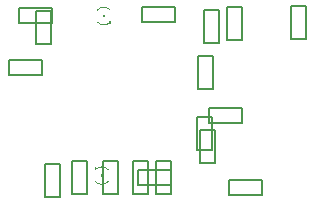
<source format=gbr>
%TF.GenerationSoftware,Altium Limited,Altium Designer,20.2.5 (213)*%
G04 Layer_Color=8388736*
%FSLAX26Y26*%
%MOIN*%
%TF.SameCoordinates,0FE6C2C3-B7F4-45EC-A48D-0F423D7CACB9*%
%TF.FilePolarity,Positive*%
%TF.FileFunction,Other,Mechanical_22*%
%TF.Part,Single*%
G01*
G75*
%TA.AperFunction,NonConductor*%
%ADD63C,0.004000*%
%ADD64C,0.008000*%
G36*
X2108940Y1608940D02*
Y1601060D01*
X2101060D01*
Y1608940D01*
X2108940D01*
D02*
G37*
G36*
X2087280Y1632560D02*
Y1622720D01*
X2081380D01*
Y1632560D01*
X2087280D01*
D02*
G37*
G36*
X2129720Y2109440D02*
Y2119280D01*
X2135620D01*
Y2109440D01*
X2129720D01*
D02*
G37*
G36*
X2108060Y2133060D02*
Y2140940D01*
X2115940D01*
Y2133060D01*
X2108060D01*
D02*
G37*
D63*
X2083350Y1585310D02*
G03*
X2126650Y1585310I21650J19682D01*
G01*
Y1624690D02*
G03*
X2083350Y1624690I-21650J-19682D01*
G01*
X2133650Y2156690D02*
G03*
X2090350Y2156690I-21650J-19682D01*
G01*
Y2117310D02*
G03*
X2133650Y2117310I21650J19682D01*
G01*
D64*
X2286966Y1545000D02*
X2336966D01*
X2286966D02*
Y1655000D01*
X2336966D01*
Y1545000D02*
Y1655000D01*
X2210194Y1545000D02*
X2260194D01*
X2210194D02*
Y1655000D01*
X2260194D01*
Y1545000D02*
Y1655000D01*
X2107830Y1545000D02*
X2157830D01*
X2107830D02*
Y1655000D01*
X2157830D01*
Y1545000D02*
Y1655000D01*
X2005468Y1545000D02*
X2055468D01*
X2005468D02*
Y1655000D01*
X2055468D01*
Y1545000D02*
Y1655000D01*
X2446000Y2158000D02*
X2496000D01*
Y2048000D02*
Y2158000D01*
X2446000Y2048000D02*
X2496000D01*
X2446000D02*
Y2158000D01*
X2522000Y2167000D02*
X2572000D01*
Y2057000D02*
Y2167000D01*
X2522000Y2057000D02*
X2572000D01*
X2522000D02*
Y2167000D01*
X2434000Y1646000D02*
X2484000D01*
X2434000D02*
Y1756000D01*
X2484000D01*
Y1646000D02*
Y1756000D01*
X2638000Y1541000D02*
Y1591000D01*
X2528000Y1541000D02*
X2638000D01*
X2528000D02*
Y1591000D01*
X2638000D01*
X2573456Y1779292D02*
Y1829292D01*
X2463456Y1779292D02*
X2573456D01*
X2463456D02*
Y1829292D01*
X2573456D01*
X1905000Y1941000D02*
Y1991000D01*
X1795000Y1941000D02*
X1905000D01*
X1795000D02*
Y1991000D01*
X1905000D01*
X1831000Y2114000D02*
Y2164000D01*
X1941000D01*
Y2114000D02*
Y2164000D01*
X1831000Y2114000D02*
X1941000D01*
X1915000Y1534000D02*
X1965000D01*
Y1644000D01*
X1915000D02*
X1965000D01*
X1915000Y1534000D02*
Y1644000D01*
X1885000Y2045000D02*
X1935000D01*
Y2155000D01*
X1885000D02*
X1935000D01*
X1885000Y2045000D02*
Y2155000D01*
X2424000Y1799000D02*
X2474000D01*
X2424000Y1689000D02*
Y1799000D01*
Y1689000D02*
X2474000D01*
Y1799000D01*
X2735000Y2060000D02*
X2785000D01*
Y2170000D01*
X2735000D02*
X2785000D01*
X2735000Y2060000D02*
Y2170000D01*
X2427000Y2004000D02*
X2477000D01*
X2427000Y1894000D02*
Y2004000D01*
Y1894000D02*
X2477000D01*
Y2004000D01*
X2238000Y2118000D02*
Y2168000D01*
Y2118000D02*
X2348000D01*
Y2168000D01*
X2238000D02*
X2348000D01*
X2225000Y1575000D02*
Y1625000D01*
Y1575000D02*
X2335000D01*
Y1625000D01*
X2225000D02*
X2335000D01*
%TF.MD5,28c05022a735d1a6da4af4622dbe0e70*%
M02*

</source>
